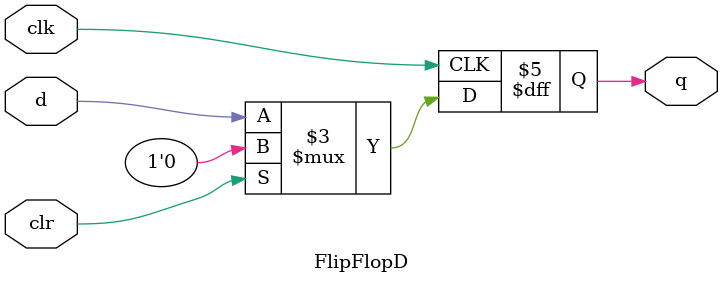
<source format=v>
`timescale 1ns / 1ps
module FlipFlopD(
    input clk,
    input clr,
    input d,
    output reg q
    );
	always @(negedge clk)  //this is a falling edge FlipFlopD
	
	if(clr) q <=0 ;
	else q <= d;
	
endmodule

</source>
